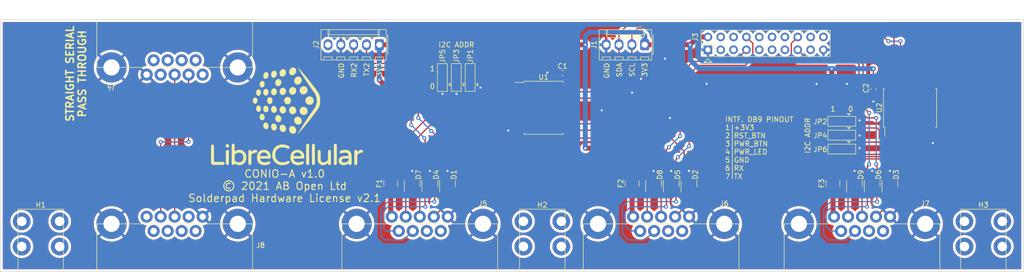
<source format=kicad_pcb>
(kicad_pcb (version 20201220) (generator pcbnew)
  (title_block (title "CONIO-A") (company "AB Open"))
  (layers (0 "F.Cu" signal) (31 "B.Cu" signal) (34 "B.Paste" user) (35 "F.Paste" user) (36 "B.SilkS" user "B.Silkscreen") (37 "F.SilkS" user "F.Silkscreen") (38 "B.Mask" user) (39 "F.Mask" user) (44 "Edge.Cuts" user))
  (net 0 "")
  (net 1 "GND")
  (net 2 "+3V3")
  (net 3 "no_connect_74")
  (net 4 "/PWR_LED_2")
  (net 5 "no_connect_71")
  (net 6 "/PWR_LED_3")
  (net 7 "no_connect_72")
  (net 8 "/PWR_LED_4")
  (net 9 "/TX2")
  (net 10 "/RX2")
  (net 11 "/TX3")
  (net 12 "/RX3")
  (net 13 "/TX4")
  (net 14 "/RX4")
  (net 15 "/PWR_BTN_2")
  (net 16 "/RST_BTN_2")
  (net 17 "/PWR_BTN_3")
  (net 18 "/RST_BTN_3")
  (net 19 "/PWR_BTN_4")
  (net 20 "/RST_BTN_4")
  (net 21 "Net-(F1-Pad2)")
  (net 22 "Net-(F2-Pad2)")
  (net 23 "Net-(F3-Pad2)")
  (net 24 "/SDA")
  (net 25 "/SCL")
  (net 26 "no_connect_73")
  (net 27 "Net-(J3-Pad20)")
  (net 28 "Net-(J3-Pad18)")
  (net 29 "Net-(J3-Pad17)")
  (net 30 "Net-(J3-Pad14)")
  (net 31 "Net-(J3-Pad13)")
  (net 32 "Net-(J3-Pad12)")
  (net 33 "Net-(J3-Pad11)")
  (net 34 "Net-(J3-Pad10)")
  (net 35 "Net-(J3-Pad9)")
  (net 36 "Net-(J3-Pad6)")
  (net 37 "Net-(J3-Pad5)")
  (net 38 "Net-(J3-Pad4)")
  (net 39 "Net-(J3-Pad3)")
  (net 40 "Net-(J4-Pad9)")
  (net 41 "Net-(J4-Pad8)")
  (net 42 "Net-(J4-Pad7)")
  (net 43 "Net-(J4-Pad6)")
  (net 44 "Net-(J4-Pad4)")
  (net 45 "Net-(J4-Pad3)")
  (net 46 "Net-(J4-Pad2)")
  (net 47 "Net-(J4-Pad1)")
  (net 48 "Net-(J5-Pad9)")
  (net 49 "Net-(J5-Pad8)")
  (net 50 "Net-(J6-Pad9)")
  (net 51 "Net-(J6-Pad8)")
  (net 52 "Net-(J7-Pad9)")
  (net 53 "Net-(J7-Pad8)")
  (net 54 "Net-(J8-Pad9)")
  (net 55 "Net-(J8-Pad8)")
  (net 56 "Net-(J8-Pad7)")
  (net 57 "Net-(J8-Pad6)")
  (net 58 "Net-(J8-Pad4)")
  (net 59 "Net-(J8-Pad1)")
  (net 60 "Net-(JP1-Pad2)")
  (net 61 "Net-(JP2-Pad2)")
  (net 62 "Net-(JP3-Pad2)")
  (net 63 "Net-(JP4-Pad2)")
  (net 64 "Net-(JP5-Pad2)")
  (net 65 "Net-(JP6-Pad2)")
  (net 66 "Net-(U1-Pad13)")
  (net 67 "Net-(U1-Pad12)")
  (net 68 "Net-(U1-Pad11)")
  (net 69 "Net-(U2-Pad13)")
  (net 70 "Net-(U2-Pad12)")
  (net 71 "Net-(U2-Pad11)")
  (net 72 "Net-(U2-Pad10)")
  (net 73 "Net-(U2-Pad9)")
  (net 74 "Net-(U2-Pad7)")
  (footprint "Library:Assman_A-DS_09_AKG-T2_Male_RA_TH_DB9" (layer "F.Cu") (at 177.05 110.8)
    (fp_text reference "J6")
    (fp_text value "DB9_Male_MountingHoles")
  )
  (footprint "Library:PinSocket_2x10_P2.54mm_Vertical_Flipped" (layer "F.Cu") (at 186.3 76.3 90)
    (fp_text reference "J3")
    (fp_text value "Conn_02x10_Odd_Even")
  )
  (footprint "Package_TO_SOT_SMD:SOT-23" (layer "F.Cu") (at 179.05 102.8 90)
    (fp_text reference "D5")
    (fp_text value "MMBZxx")
  )
  (footprint "Library:Assman_A-DS_09_AKG-T2_Male_RA_TH_DB9" (layer "F.Cu") (at 80.8 110.8)
    (fp_text reference "J8")
    (fp_text value "DB9_Female_MountingHoles")
  )
  (footprint "Package_TO_SOT_SMD:SOT-23" (layer "F.Cu") (at 131.3 102.8 90)
    (fp_text reference "D4")
    (fp_text value "MMBZxx")
  )
  (footprint "Package_TO_SOT_SMD:SOT-23" (layer "F.Cu") (at 215.3 102.8 90)
    (fp_text reference "D9")
    (fp_text value "MMBZxx")
  )
  (footprint "Jumper:SolderJumper-3_P2.0mm_Open_TrianglePad1.0x1.5mm" (layer "F.Cu") (at 212.8 93.2 180)
    (fp_text reference "JP4")
    (fp_text value "SolderJumper_3_Open")
  )
  (footprint "Fuse:Fuse_1210_3225Metric_Pad1.42x2.65mm_HandSolder" (layer "F.Cu") (at 171.3 102.8 -90)
    (fp_text reference "F2")
    (fp_text value "0.05A")
  )
  (footprint "Jumper:SolderJumper-3_P2.0mm_Open_TrianglePad1.0x1.5mm" (layer "F.Cu") (at 139.3 81.8 90)
    (fp_text reference "JP1")
    (fp_text value "SolderJumper_3_Open")
  )
  (footprint "Library:Keystone_7689_RA_PCB_Screw_Terminal" (layer "F.Cu") (at 153.55 115.3)
    (fp_text reference "H2")
    (fp_text value "Keystone 7689")
  )
  (footprint "Connector_Molex:Molex_KK-254_AE-6410-05A_1x05_P2.54mm_Vertical" (layer "F.Cu") (at 121.3 75.3 180)
    (fp_text reference "J2")
    (fp_text value "Molex 22272051")
  )
  (footprint "Package_TO_SOT_SMD:SOT-23" (layer "F.Cu") (at 134.8 102.8 90)
    (fp_text reference "D1")
    (fp_text value "MMBZxx")
  )
  (footprint "Package_TO_SOT_SMD:SOT-23" (layer "F.Cu") (at 182.55 102.8 90)
    (fp_text reference "D2")
    (fp_text value "MMBZxx")
  )
  (footprint "Jumper:SolderJumper-3_P2.0mm_Open_TrianglePad1.0x1.5mm" (layer "F.Cu") (at 133.8 81.8 90)
    (fp_text reference "JP5")
    (fp_text value "SolderJumper_3_Open")
  )
  (footprint "Capacitor_SMD:C_0603_1608Metric_Pad1.08x0.95mm_HandSolder" (layer "F.Cu") (at 157.55 80.9125 180)
    (fp_text reference "C1")
    (fp_text value "100n 25V")
  )
  (footprint "Library:LibreCellular_Logo" (layer "F.Cu") (at 103.05 89.8)
    (fp_text reference "Ref**" hide)
    (fp_text value "Val**" hide)
  )
  (footprint "Package_TO_SOT_SMD:SOT-23" (layer "F.Cu") (at 127.8 102.8 90)
    (fp_text reference "D7")
    (fp_text value "MMBZxx")
  )
  (footprint "Package_TO_SOT_SMD:SOT-23" (layer "F.Cu") (at 175.55 102.8 90)
    (fp_text reference "D8")
    (fp_text value "MMBZxx")
  )
  (footprint "Package_SO:SOIC-16W_7.5x10.3mm_P1.27mm" (layer "F.Cu") (at 153.8 87.8)
    (fp_text reference "U1")
    (fp_text value "PCF8574ADW")
  )
  (footprint "Library:Assman_A-DS_09_AKG-T2_Male_RA_TH_DB9" (layer "F.Cu") (at 80.8 79.8 180)
    (fp_text reference "J4")
    (fp_text value "DB9_Male_MountingHoles")
  )
  (footprint "Jumper:SolderJumper-3_P2.0mm_Open_TrianglePad1.0x1.5mm" (layer "F.Cu") (at 212.8 90.45 180)
    (fp_text reference "JP2")
    (fp_text value "SolderJumper_3_Open")
  )
  (footprint "Package_TO_SOT_SMD:SOT-23" (layer "F.Cu") (at 218.8 102.8 90)
    (fp_text reference "D6")
    (fp_text value "MMBZxx")
  )
  (footprint "Jumper:SolderJumper-3_P2.0mm_Open_TrianglePad1.0x1.5mm" (layer "F.Cu") (at 136.55 81.8 90)
    (fp_text reference "JP3")
    (fp_text value "SolderJumper_3_Open")
  )
  (footprint "Fuse:Fuse_1210_3225Metric_Pad1.42x2.65mm_HandSolder" (layer "F.Cu") (at 211.05 102.8 -90)
    (fp_text reference "F3")
    (fp_text value "0.05A")
  )
  (footprint "Library:Assman_A-DS_09_AKG-T2_Male_RA_TH_DB9" (layer "F.Cu") (at 216.8 110.8)
    (fp_text reference "J7")
    (fp_text value "DB9_Male_MountingHoles")
  )
  (footprint "Fuse:Fuse_1210_3225Metric_Pad1.42x2.65mm_HandSolder" (layer "F.Cu") (at 123.55 102.8 -90)
    (fp_text reference "F1")
    (fp_text value "0.05A")
  )
  (footprint "Library:Keystone_7689_RA_PCB_Screw_Terminal" (layer "F.Cu") (at 54.3 115.3)
    (fp_text reference "H1")
    (fp_text value "Keystone 7689")
  )
  (footprint "Package_TO_SOT_SMD:SOT-23" (layer "F.Cu") (at 222.3 102.8 90)
    (fp_text reference "D3")
    (fp_text value "MMBZxx")
  )
  (footprint "Library:Assman_A-DS_09_AKG-T2_Male_RA_TH_DB9" (layer "F.Cu") (at 129.3 110.8)
    (fp_text reference "J5")
    (fp_text value "DB9_Male_MountingHoles")
  )
  (footprint "Connector_Molex:Molex_KK-254_AE-6410-04A_1x04_P2.54mm_Vertical" (layer "F.Cu") (at 173.8 75.3 180)
    (fp_text reference "J1")
    (fp_text value "Molex 22272041")
  )
  (footprint "Library:Keystone_7689_RA_PCB_Screw_Terminal" (layer "F.Cu") (at 240.8 115.3)
    (fp_text reference "H3")
    (fp_text value "Keystone 7689")
  )
  (footprint "Package_SO:SOIC-16W_7.5x10.3mm_P1.27mm" (layer "F.Cu") (at 226.3 87.8 90)
    (fp_text reference "U2")
    (fp_text value "PCF8574ADW")
  )
  (footprint "Jumper:SolderJumper-3_P2.0mm_Open_TrianglePad1.0x1.5mm" (layer "F.Cu") (at 212.8 95.95 180)
    (fp_text reference "JP6")
    (fp_text value "SolderJumper_3_Open")
  )
  (footprint "Capacitor_SMD:C_0603_1608Metric_Pad1.08x0.95mm_HandSolder" (layer "F.Cu") (at 219.05 84.05 -90)
    (fp_text reference "C2")
    (fp_text value "100n 25V")
  )
  (gr_line (start 191.13543 101.82708) (end 191.133984 91.165992) (layer "F.SilkS") (width 0.15))
  (gr_poly (pts (xy 187.05 78.8) (xy 185.55 78.8) (xy 186.3 78.05)) (layer "F.SilkS") (width 0.15) (fill none))
  (gr_rect (start 46.3 120.3) (end 248.8 70.3) (layer "Edge.Cuts") (width 0.1) (fill none))
  (gr_text "SCL" (at 171.3 78.8 90) (layer "F.SilkS") (effects (font (size 1 1)) (justify right)))
  (gr_text "1" (at 131.8 80.05) (layer "F.SilkS") (effects (font (size 1 1))))
  (gr_text "RX2" (at 116.3 78.8 90) (layer "F.SilkS") (effects (font (size 1 1)) (justify right)))
  (gr_text "TX2" (at 118.8 78.8 90) (layer "F.SilkS") (effects (font (size 1 1)) (justify right)))
  (gr_text "INTF. DB9 PINOUT\n1 +3V3\n2 RST_BTN\n3 PWR_BTN\n4 PWR_LED\n5 GND\n6 RX\n7 TX" (at 189.635001 95.741256) (layer "F.SilkS") (effects (font (size 1 1)) (justify left)))
  (gr_text "1" (at 211.05 88.05) (layer "F.SilkS") (effects (font (size 1 1))))
  (gr_text "0" (at 214.55 88.05) (layer "F.SilkS") (effects (font (size 1 1))))
  (gr_text "SDA" (at 168.8 78.8 90) (layer "F.SilkS") (effects (font (size 1 1)) (justify right)))
  (gr_text "0" (at 131.8 83.55) (layer "F.SilkS") (effects (font (size 1 1))))
  (gr_text "CONIO-A v1.0\n© 2021 AB Open Ltd\nSolderpad Hardware License v2.1" (at 102.55 103.3) (layer "F.SilkS") (effects (font (size 1.5 1.5) (thickness 0.2))))
  (gr_text "GND" (at 113.8 78.8 90) (layer "F.SilkS") (effects (font (size 1 1)) (justify right)))
  (gr_text "I2C ADDR" (at 136.55 75.3) (layer "F.SilkS") (effects (font (size 1 1))))
  (gr_text "GND" (at 166.3 78.8 90) (layer "F.SilkS") (effects (font (size 1 1)) (justify right)))
  (gr_text "3V3" (at 173.8 78.8 90) (layer "F.SilkS") (effects (font (size 1 1)) (justify right)))
  (gr_text "STRAIGHT SERIAL\nPASS THROUGH" (at 61.3 81.05 90) (layer "F.SilkS") (effects (font (size 1.5 1.5) (thickness 0.3))))
  (gr_text "3V3" (at 121.3 78.8 90) (layer "F.SilkS") (effects (font (size 1 1)) (justify right)))
  (gr_text "I2C ADDR" (at 206.05 93.3 90) (layer "F.SilkS") (effects (font (size 1 1))))
  (segment (start 133.8 85.05) (end 133.8 83.8) (width 0.25) (layer "F.Cu") (net 1))
  (segment (start 175.55 101.8625) (end 175.55 100.3) (width 0.25) (layer "F.Cu") (net 1))
  (segment (start 179.05 101.8625) (end 179.05 100.3) (width 0.25) (layer "F.Cu") (net 1))
  (segment (start 219.05 86.55) (end 219.05 84.9125) (width 0.25) (layer "F.Cu") (net 1))
  (segment (start 149.15 92.245) (end 146.855 92.245) (width 0.25) (layer "F.Cu") (net 1))
  (segment (start 216.3 90.3) (end 214.95 90.3) (width 0.25) (layer "F.Cu") (net 1))
  (segment (start 216.3 93.3) (end 214.9 93.3) (width 0.25) (layer "F.Cu") (net 1))
  (segment (start 214.9 93.3) (end 214.8 93.2) (width 0.25) (layer "F.Cu") (net 1))
  (segment (start 141.3 83.8) (end 139.3 83.8) (width 0.25) (layer "F.Cu") (net 1))
  (segment (start 146.855 92.245) (end 146.8 92.3) (width 0.25) (layer "F.Cu") (net 1))
  (segment (start 182.55 101.8625) (end 182.55 100.3) (width 0.25) (layer "F.Cu") (net 1))
  (segment (start 127.8 101.8625) (end 127.8 100.3) (width 0.25) (layer "F.Cu") (net 1))
  (segment (start 136.55 85.05) (end 136.55 83.8) (width 0.25) (layer "F.Cu") (net 1))
  (segment (start 230.745 94.745) (end 230.8 94.8) (width 0.25) (layer "F.Cu") (net 1))
  (segment (start 134.8 101.8625) (end 134.8 100.3) (width 0.25) (layer "F.Cu") (net 1))
  (segment (start 214.95 95.8) (end 214.8 95.95) (width 0.25) (layer "F.Cu") (net 1))
  (segment (start 216.3 95.8) (end 214.95 95.8) (width 0.25) (layer "F.Cu") (net 1))
  (segment (start 230.745 92.45) (end 230.745 94.745) (width 0.25) (layer "F.Cu") (net 1))
  (segment (start 214.95 90.3) (end 214.8 90.45) (width 0.25) (layer "F.Cu") (net 1))
  (segment (start 222.3 101.8625) (end 222.3 100.3) (width 0.25) (layer "F.Cu") (net 1))
  (segment (start 218.8 101.8625) (end 218.8 100.3) (width 0.25) (layer "F.Cu") (net 1))
  (segment (start 215.3 101.8625) (end 215.3 100.3) (width 0.25) (layer "F.Cu") (net 1))
  (segment (start 131.3 101.8625) (end 131.3 100.3) (width 0.25) (layer "F.Cu") (net 1))
  (via (at 175.55 100.3) (size 0.8) (drill 0.4) (layers "F.Cu" "B.Cu") (net 1))
  (via (at 146.8 92.3) (size 0.8) (drill 0.4) (layers "F.Cu" "B.Cu") (net 1))
  (via (at 131.3 100.3) (size 0.8) (drill 0.4) (layers "F.Cu" "B.Cu") (net 1))
  (via (at 141.3 83.8) (size 0.8) (drill 0.4) (layers "F.Cu" "B.Cu") (net 1))
  (via (at 154.55 80.8) (size 0.8) (drill 0.4) (layers "F.Cu" "B.Cu") (net 1))
  (via (at 127.8 100.3) (size 0.8) (drill 0.4) (layers "F.Cu" "B.Cu") (net 1))
  (via (at 173.05 82.05) (size 0.8) (drill 0.4) (layers "F.Cu" "B.Cu") (net 1))
  (via (at 182.55 100.3) (size 0.8) (drill 0.4) (layers "F.Cu" "B.Cu") (net 1))
  (via (at 216.3 90.3) (size 0.8) (drill 0.4) (layers "F.Cu" "B.Cu") (net 1))
  (via (at 133.8 85.05) (size 0.8) (drill 0.4) (layers "F.Cu" "B.Cu") (net 1))
  (via (at 136.55 85.05) (size 0.8) (drill 0.4) (layers "F.Cu" "B.Cu") (net 1))
  (via (at 219.05 86.55) (size 0.8) (drill 0.4) (layers "F.Cu" "B.Cu") (net 1))
  (via (at 222.3 100.3) (size 0.8) (drill 0.4) (layers "F.Cu" "B.Cu") (net 1))
  (via (at 230.8 94.8) (size 0.8) (drill 0.4) (layers "F.Cu" "B.Cu") (net 1))
  (via (at 207.8 83.05) (size 0.8) (drill 0.4) (layers "F.Cu" "B.Cu") (net 1))
  (via (at 216.3 95.8) (size 0.8) (drill 0.4) (layers "F.Cu" "B.Cu") (net 1))
  (via (at 165.3 88.3) (size 0.8) (drill 0.4) (layers "F.Cu" "B.Cu") (net 1))
  (via (at 177.8 78.05) (size 0.8) (drill 0.4) (layers "F.Cu" "B.Cu") (net 1))
  (via (at 216.3 93.3) (size 0.8) (drill 0.4) (layers "F.Cu" "B.Cu") (net 1))
  (via (at 218.8 100.3) (size 0.8) (drill 0.4) (layers "F.Cu" "B.Cu") (net 1))
  (via (at 171.3 84.8) (size 0.8) (drill 0.4) (layers "F.Cu" "B.Cu") (net 1))
  (via (at 213.8 83.05) (size 0.8) (drill 0.4) (layers "F.Cu" "B.Cu") (net 1))
  (via (at 186.05 83.05) (size 0.8) (drill 0.4) (layers "F.Cu" "B.Cu") (net 1))
  (via (at 178.8 89.8) (size 0.8) (drill 0.4) (layers "F.Cu" "B.Cu") (net 1))
  (via (at 134.8 100.3) (size 0.8) (drill 0.4) (layers "F.Cu" "B.Cu") (net 1))
  (via (at 179.05 100.3) (size 0.8) (drill 0.4) (layers "F.Cu" "B.Cu") (net 1))
  (via (at 215.3 100.3) (size 0.8) (drill 0.4) (layers "F.Cu" "B.Cu") (net 1))
  (segment (start 210.8 99.05) (end 211.05 99.3) (width 1) (layer "F.Cu") (net 2))
  (segment (start 121.3 75.3) (end 136.3 75.3) (width 1) (layer "F.Cu") (net 2))
  (segment (start 219.05 83.1875) (end 219.05 80.05) (width 0.25) (layer "F.Cu") (net 2))
  (segment (start 158.4125 80.9125) (end 158.4125 75.4125) (width 0.25) (layer "F.Cu") (net 2))
  (segment (start 123.55 84.55) (end 123.55 101.3125) (width 1) (layer "F.Cu") (net 2))
  (segment (start 182.8 75.3) (end 184.34 73.76) (width 1) (layer "F.Cu") (net 2))
  (segment (start 210.8 80.05) (end 210.8 99.05) (width 1) (layer "F.Cu") (net 2))
  (segment (start 158.45 80.95) (end 158.4125 80.9125) (width 0.25) (layer "F.Cu") (net 2))
  (segment (start 121.3 82.3) (end 123.55 84.55) (width 1) (layer "F.Cu") (net 2))
  (segment (start 211.05 99.3) (end 211.05 101.3125) (width 1) (layer "F.Cu") (net 2))
  (segment (start 158.4125 75.4125) (end 158.3 75.3) (width 0.25) (layer "F.Cu") (net 2))
  (segment (start 136.3 75.3) (end 158.3 75.3) (width 1) (layer "F.Cu") (net 2))
  (segment (start 158.45 83.355) (end 158.45 80.95) (width 0.25) (layer "F.Cu") (net 2))
  (segment (start 139.3 79.8) (end 133.8 79.8) (width 0.25) (layer "F.Cu") (net 2))
  (segment (start 171.3 96.8) (end 171.3 101.3125) (width 1) (layer "F.Cu") (net 2))
  (segment (start 136.55 79.8) (end 136.55 75.55) (width 0.25) (layer "F.Cu") (net 2))
  (segment (start 136.55 75.55) (end 136.3 75.3) (width 0.25) (layer "F.Cu") (net 2))
  (segment (start 162.05 95.8) (end 170.3 95.8) (width 1) (layer "F.Cu") (net 2))
  (segment (start 221.8175 83.1875) (end 221.855 83.15) (width 0.25) (layer "F.Cu") (net 2))
  (segment (start 173.8 75.3) (end 182.8 75.3) (width 1) (layer "F.Cu") (net 2))
  (segment (start 184.34 73.76) (end 186.3 73.76) (width 1) (layer "F.Cu") (net 2))
  (segment (start 170.3 95.8) (end 171.3 96.8) (width 1) (layer "F.Cu") (net 2))
  (segment (start 219.05 83.1875) (end 221.8175 83.1875) (width 0.25) (layer "F.Cu") (net 2))
  (segment (start 158.3 75.3) (end 162.05 75.3) (width 1) (layer "F.Cu") (net 2))
  (via (at 210.8 80.05) (size 0.8) (drill 0.4) (layers "F.Cu" "B.Cu") (net 2))
  (via (at 162.05 95.8) (size 0.8) (drill 0.4) (layers "F.Cu" "B.Cu") (net 2))
  (via (at 219.05 80.05) (size 0.8) (drill 0.4) (layers "F.Cu" "B.Cu") (net 2))
  (via (at 162.05 75.3) (size 0.8) (drill 0.4) (layers "F.Cu" "B.Cu") (net 2))
  (via (at 121.3 82.3) (size 0.8) (drill 0.4) (layers "F.Cu" "B.Cu") (net 2))
  (via (at 182.8 75.3) (size 0.8) (drill 0.4) (layers "F.Cu" "B.Cu") (net 2))
  (segment (start 173.05 72.8) (end 173.8 73.55) (width 1) (layer "B.Cu") (net 2))
  (segment (start 162.05 75.3) (end 162.05 95.8) (width 1) (layer "B.Cu") (net 2))
  (segment (start 210.8 80.05) (end 184.55 80.05) (width 1) (layer "B.Cu") (net 2))
  (segment (start 162.8 72.8) (end 173.05 72.8) (width 1) (layer "B.Cu") (net 2))
  (segment (start 173.8 73.55) (end 173.8 75.3) (width 1) (layer "B.Cu") (net 2))
  (segment (start 182.8 78.3) (end 182.8 75.3) (width 1) (layer "B.Cu") (net 2))
  (segment (start 162.05 75.3) (end 162.05 73.55) (width 1) (layer "B.Cu") (net 2))
  (segment (start 121.3 75.3) (end 121.3 82.3) (width 1) (layer "B.Cu") (net 2))
  (segment (start 219.05 80.05) (end 210.8 80.05) (width 1) (layer "B.Cu") (net 2))
  (segment (start 184.55 80.05) (end 182.8 78.3) (width 1) (layer "B.Cu") (net 2))
  (segment (start 162.05 73.55) (end 162.8 72.8) (width 1) (layer "B.Cu") (net 2))
  (segment (start 133.85 103.7375) (end 133.85 93.75) (width 0.25) (layer "F.Cu") (net 4))
  (segment (start 133.85 107.6) (end 133.85 103.7375) (width 0.25) (layer "F.Cu") (net 4))
  (segment (start 137.895 89.705) (end 149.15 89.705) (width 0.25) (layer "F.Cu") (net 4))
  (segment (start 133.85 93.75) (end 137.895 89.705) (width 0.25) (layer "F.Cu") (net 4))
  (segment (start 132.07 109.38) (end 133.85 107.6) (width 0.25) (layer "F.Cu") (net 4))
  (segment (start 181.6 107.6) (end 181.6 103.7375) (width 0.25) (layer "F.Cu") (net 6))
  (segment (start 176.175 90.975) (end 158.45 90.975) (width 0.25) (layer "F.Cu") (net 6))
  (segment (start 179.82 109.38) (end 181.6 107.6) (width 0.25) (layer "F.Cu") (net 6))
  (segment (start 181.6 103.7375) (end 181.6 96.4) (width 0.25) (layer "F.Cu") (net 6))
  (segment (start 181.6 96.4) (end 176.175 90.975) (width 0.25) (layer "F.Cu") (net 6))
  (segment (start 228.205 95.795) (end 228.205 92.45) (width 0.25) (layer "F.Cu") (net 8))
  (segment (start 221.35 98.85) (end 221.8 98.4) (width 0.25) (layer "F.Cu") (net 8))
  (segment (start 221.8 98.4) (end 225.6 98.4) (width 0.25) (layer "F.Cu") (net 8))
  (segment (start 221.35 103.7375) (end 221.35 98.85) (width 0.25) (layer "F.Cu") (net 8))
  (segment (start 221.35 107.6) (end 221.35 103.7375) (width 0.25) (layer "F.Cu") (net 8))
  (segment (start 219.57 109.38) (end 221.35 107.6) (width 0.25) (layer "F.Cu") (net 8))
  (segment (start 225.6 98.4) (end 228.205 95.795) (width 0.25) (layer "F.Cu") (net 8))
  (segment (start 132.25 103.7375) (end 132.25 106.35) (width 0.25) (layer "F.Cu") (net 9))
  (segment (start 132.25 103.7375) (end 132.25 93.05) (width 0.25) (layer "F.Cu") (net 9))
  (segment (start 127.6 79) (end 119.4 79) (width 0.25) (layer "F.Cu") (net 9))
  (segment (start 118.76 78.36) (end 118.76 75.3) (width 0.25) (layer "F.Cu") (net 9))
  (segment (start 119.4 79) (end 118.76 78.36) (width 0.25) (layer "F.Cu") (net 9))
  (segment (start 132.25 106.35) (end 132.2 106.4) (width 0.25) (layer "F.Cu") (net 9))
  (segment (start 129 80.4) (end 127.6 79) (width 0.25) (layer "F.Cu") (net 9))
  (segment (start 132.25 93.05) (end 131.6 92.4) (width 0.25) (layer "F.Cu") (net 9))
  (segment (start 129 89.8) (end 129 80.4) (width 0.25) (layer "F.Cu") (net 9))
  (via (at 132.2 106.4) (size 0.8) (drill 0.4) (layers "F.Cu" "B.Cu") (net 9))
  (via (at 129 89.8) (size 0.8) (drill 0.4) (layers "F.Cu" "B.Cu") (net 9))
  (via (at 131.6 92.4) (size 0.8) (drill 0.4) (layers "F.Cu" "B.Cu") (net 9))
  (segment (start 122.4 114) (end 121.6 113.2) (width 0.25) (layer "B.Cu") (net 9))
  (segment (start 127.915 112.22) (end 126.135 114) (width 0.25) (layer "B.Cu") (net 9))
  (segment (start 126.135 114) (end 122.4 114) (width 0.25) (layer "B.Cu") (net 9))
  (segment (start 131.6 92.4) (end 129 89.8) (width 0.25) (layer "B.Cu") (net 9))
  (segment (start 123 106.4) (end 132.2 106.4) (width 0.25) (layer "B.Cu") (net 9))
  (segment (start 121.6 107.8) (end 123 106.4) (width 0.25) (layer "B.Cu") (net 9))
  (segment (start 121.6 113.2) (end 121.6 107.8) (width 0.25) (layer "B.Cu") (net 9))
  (segment (start 127.6 80.8) (end 126.6 79.8) (width 0.25) (layer "F.Cu") (net 10))
  (segment (start 130.35 107.35) (end 130.4 107.4) (width 0.25) (layer "F.Cu") (net 10))
  (segment (start 126.6 79.8) (end 117.64 79.8) (width 0.25) (layer "F.Cu") (net 10))
  (segment (start 130.35 103.7375) (end 130.35 107.35) (width 0.25) (layer "F.Cu") (net 10))
  (segment (start 127.6 91.2) (end 127.6 80.8) (width 0.25) (layer "F.Cu") (net 10))
  (segment (start 116.22 78.38) (end 116.22 75.3) (width 0.25) (layer "F.Cu") (net 10))
  (segment (start 130.35 93.95) (end 130.2 93.8) (width 0.25) (layer "F.Cu") (net 10))
  (segment (start 130.35 103.7375) (end 130.35 93.95) (width 0.25) (layer "F.Cu") (net 10))
  (segment (start 117.64 79.8) (end 116.22 78.38) (width 0.25) (layer "F.Cu") (net 10))
  (via (at 130.2 93.8) (size 0.8) (drill 0.4) (layers "F.Cu" "B.Cu") (net 10))
  (via (at 127.6 91.2) (size 0.8) (drill 0.4) (layers "F.Cu" "B.Cu") (net 10))
  (via (at 130.4 107.4) (size 0.8) (drill 0.4) (layers "F.Cu" "B.Cu") (net 10))
  (segment (start 122.62 112.22) (end 122.2 111.8) (width 0.25) (layer "B.Cu") (net 10))
  (segment (start 125.145 112.22) (end 122.62 112.22) (width 0.25) (layer "B.Cu") (net 10))
  (segment (start 130.2 93.8) (end 127.6 91.2) (width 0.25) (layer "B.Cu") (net 10))
  (segment (start 122.2 111.8) (end 122.2 108.2) (width 0.25) (layer "B.Cu") (net 10))
  (segment (start 123 107.4) (end 130.4 107.4) (width 0.25) (layer "B.Cu") (net 10))
  (segment (start 122.2 108.2) (end 123 107.4) (width 0.25) (layer "B.Cu") (net 10))
  (segment (start 182.6 81.2) (end 184.4 79.4) (width 0.25) (layer "F.Cu") (net 11))
  (segment (start 193.7 79.4) (end 195.194897 77.905103) (width 0.25) (layer "F.Cu") (net 11))
  (segment (start 184.4 79.4) (end 193.7 79.4) (width 0.25) (layer "F.Cu") (net 11))
  (segment (start 182.6 95.4) (end 182.6 81.2) (width 0.25) (layer "F.Cu") (net 11))
  (segment (start 180 98) (end 180.3 97.7) (width 0.25) (layer "F.Cu") (net 11))
  (segment (start 180.3 97.7) (end 180.4 97.6) (width 0.25) (layer "F.Cu") (net 11))
  (segment (start 180 103.7375) (end 180 98) (width 0.25) (layer "F.Cu") (net 11))
  (segment (start 195.194897 77.905103) (end 195.194897 75.034897) (width 0.25) (layer "F.Cu") (net 11))
  (segment (start 195.194897 75.034897) (end 193.92 73.76) (width 0.25) (layer "F.Cu") (net 11))
  (segment (start 180 106.4) (end 180 103.7375) (width 0.25) (layer "F.Cu") (net 11))
  (via (at 180 106.4) (size 0.8) (drill 0.4) (layers "F.Cu" "B.Cu") (net 11))
  (via (at 180.4 97.6) (size 0.8) (drill 0.4) (layers "F.Cu" "B.Cu") (net 11))
  (via (at 182.6 95.4) (size 0.8) (drill 0.4) (layers "F.Cu" "B.Cu") (net 11))
  (segment (start 170.4 106.4) (end 180 106.4) (width 0.25) (layer "B.Cu") (net 11))
  (segment (start 175.665 112.22) (end 173.885 114) (width 0.25) (layer "B.Cu") (net 11))
  (segment (start 173.885 114) (end 170.6 114) (width 0.25) (layer "B.Cu") (net 11))
  (segment (start 170.6 114) (end 169.4 112.8) (width 0.25) (layer "B.Cu") (net 11))
  (segment (start 169.4 107.4) (end 170.4 106.4) (width 0.25) (layer "B.Cu") (net 11))
  (segment (start 180.4 97.6) (end 182.6 95.4) (width 0.25) (layer "B.Cu") (net 11))
  (segment (start 169.4 112.8) (end 169.4 107.4) (width 0.25) (layer "B.Cu") (net 11))
  (segment (start 183.4 78.6) (end 191.62 78.6) (width 0.25) (layer "F.Cu") (net 12))
  (segment (start 178.1 107.3) (end 178 107.4) (width 0.25) (layer "F.Cu") (net 12))
  (segment (start 180.8 81.2) (end 183.4 78.6) (width 0.25) (layer "F.Cu") (net 12))
  (segment (start 178.1 96.1) (end 178.6 95.6) (width 0.25) (layer "F.Cu") (net 12))
  (segment (start 191.62 78.6) (end 193.92 76.3) (width 0.25) (layer "F.Cu") (net 12))
  (segment (start 178.1 103.7375) (end 178.1 107.3) (width 0.25) (layer "F.Cu") (net 12))
  (segment (start 180.8 93.4) (end 180.8 81.2) (width 0.25) (layer "F.Cu") (net 12))
  (segment (start 178.1 103.7375) (end 178.1 96.1) (width 0.25) (layer "F.Cu") (net 12))
  (via (at 178.6 95.6) (size 0.8) (drill 0.4) (layers "F.Cu" "B.Cu") (net 12))
  (via (at 180.8 93.4) (size 0.8) (drill 0.4) (layers "F.Cu" "B.Cu") (net 12))
  (via (at 178 107.4) (size 0.8) (drill 0.4) (layers "F.Cu" "B.Cu") (net 12))
  (segment (start 172.895 112.22) (end 171.02 112.22) (width 0.25) (layer "B.Cu") (net 12))
  (segment (start 171 107.4) (end 178 107.4) (width 0.25) (layer "B.Cu") (net 12))
  (segment (start 171.02 112.22) (end 169.963536 111.163536) (width 0.25) (layer "B.Cu") (net 12))
  (segment (start 169.963536 108.436464) (end 171 107.4) (width 0.25) (layer "B.Cu") (net 12))
  (segment (start 178.6 95.6) (end 180.7 93.5) (width 0.25) (layer "B.Cu") (net 12))
  (segment (start 180.7 93.5) (end 180.8 93.4) (width 0.25) (layer "B.Cu") (net 12))
  (segment (start 169.963536 111.163536) (end 169.963536 108.436464) (width 0.25) (layer "B.Cu") (net 12))
  (segment (start 217.8 89.8) (end 216.2 88.2) (width 0.25) (layer "F.Cu") (net 13))
  (segment (start 216.2 88.2) (end 216.2 79.2) (width 0.25) (layer "F.Cu") (net 13))
  (segment (start 215.6 78.6) (end 204.1 78.6) (width 0.25) (layer "F.Cu") (net 13))
  (segment (start 219.75 99.15) (end 219.6 99) (width 0.25) (layer "F.Cu") (net 13))
  (segment (start 219.75 103.7375) (end 219.75 106.393972) (width 0.25) (layer "F.Cu") (net 13))
  (segment (start 219.75 103.7375) (end 219.75 99.15) (width 0.25) (layer "F.Cu") (net 13))
  (segment (start 219.6 89.8) (end 217.8 89.8) (width 0.25) (layer "F.Cu") (net 13))
  (segment (start 204.1 78.6) (end 202.8 77.3) (width 0.25) (layer "F.Cu") (net 13))
  (segment (start 202.8 75.04) (end 204.08 73.76) (width 0.25) (layer "F.Cu") (net 13))
  (segment (start 202.8 77.3) (end 202.8 75.04) (width 0.25) (layer "F.Cu") (net 13))
  (segment (start 219.75 106.393972) (end 219.755144 106.399116) (width 0.25) (layer "F.Cu") (net 13))
  (segment (start 216.2 79.2) (end 215.6 78.6) (width 0.25) (layer "F.Cu") (net 13))
  (via (at 219.6 99) (size 0.8) (drill 0.4) (layers "F.Cu" "B.Cu") (net 13))
  (via (at 219.755144 106.399116) (size 0.8) (drill 0.4) (layers "F.Cu" "B.Cu") (net 13))
  (via (at 219.6 89.8) (size 0.8) (drill 0.4) (layers "F.Cu" "B.Cu") (net 13))
  (segment (start 210.2 114) (end 213.6 114) (width 0.25) (layer "B.Cu") (net 13))
  (segment (start 219.75426 106.4) (end 210.6 106.4) (width 0.25) (layer "B.Cu") (net 13))
  (segment (start 213.6 114) (end 215.38 112.22) (width 0.25) (layer "B.Cu") (net 13))
  (segment (start 210.6 106.4) (end 209.2 107.8) (width 0.25) (layer "B.Cu") (net 13))
  (segment (start 219.755144 106.399116) (end 219.75426 106.4) (width 0.25) (layer "B.Cu") (net 13))
  (segment (start 215.38 112.22) (end 215.415 112.22) (width 0.25) (layer "B.Cu") (net 13))
  (segment (start 219.6 99) (end 219.6 89.8) (width 0.25) (layer "B.Cu") (net 13))
  (segment (start 209.2 113) (end 210.2 114) (width 0.25) (layer "B.Cu") (net 13))
  (segment (start 209.2 107.8) (end 209.2 113) (width 0.25) (layer "B.Cu") (net 13))
  (segment (start 217 79.2) (end 215.8 78) (width 0.25) (layer "F.Cu") (net 14))
  (segment (start 217.85 107.35) (end 217.8 107.4) (width 0.25) (layer "F.Cu") (net 14))
  (segment (start 215.8 78) (end 205.78 78) (width 0.25) (layer "F.Cu") (net 14))
  (segment (start 218.2 88.8) (end 217 87.6) (width 0.25) (layer "F.Cu") (net 14))
  (segment (start 217.85 99.35) (end 218.2 99) (width 0.25) (layer "F.Cu") (net 14))
  (segment (start 217 87.6) (end 217 79.2) (width 0.25) (layer "F.Cu") (net 14))
  (segment (start 217.85 103.7375) (end 217.85 99.35) (width 0.25) (layer "F.Cu") (net 14))
  (segment (start 217.85 103.7375) (end 217.85 107.35) (width 0.25) (layer "F.Cu") (net 14))
  (segment (start 205.78 78) (end 204.08 76.3) (width 0.25) (layer "F.Cu") (net 14))
  (via (at 218.2 99) (size 0.8) (drill 0.4) (layers "F.Cu" "B.Cu") (net 14))
  (via (at 218.2 88.8) (size 0.8) (drill 0.4) (layers "F.Cu" "B.Cu") (net 14))
  (via (at 217.8 107.4) (size 0.8) (drill 0.4) (layers "F.Cu" "B.Cu") (net 14))
  (segment (start 209.734989 108.465011) (end 210.8 107.4) (width 0.25) (layer "B.Cu") (net 14))
  (segment (start 218.2 99) (end 218.2 88.8) (width 0.25) (layer "B.Cu") (net 14))
  (segment (start 209.734989 111.334989) (end 209.734989 108.465011) (width 0.25) (layer "B.Cu") (net 14))
  (segment (start 210.62 112.22) (end 209.734989 111.334989) (width 0.25) (layer "B.Cu") (net 14))
  (segment (start 212.645 112.22) (end 210.62 112.22) (width 0.25) (layer "B.Cu") (net 14))
  (segment (start 210.8 107.4) (end 217.8 107.4) (width 0.25) (layer "B.Cu") (net 14))
  (segment (start 134.165 88.435) (end 149.15 88.435) (width 0.25) (layer "F.Cu") (net 15))
  (segment (start 128.75 103.7375) (end 128.75 104.85) (width 0.25) (layer "F.Cu") (net 15))
  (segment (start 128.75 104.85) (end 129.3 105.4) (width 0.25) (layer "F.Cu") (net 15))
  (segment (start 129.3 105.4) (end 129.3 109.38) (width 0.25) (layer "F.Cu") (net 15))
  (segment (start 128.75 93.85) (end 134.165 88.435) (width 0.25) (layer "F.Cu") (net 15))
  (segment (start 128.75 103.7375) (end 128.75 93.85) (width 0.25) (layer "F.Cu") (net 15))
  (segment (start 126.53 105.17) (end 126.53 109.38) (width 0.25) (layer "F.Cu") (net 16))
  (segment (start 126.85 103.7375) (end 126.85 93.75) (width 0.25) (layer "F.Cu") (net 16))
  (segment (start 126.85 93.75) (end 133.435 87.165) (width 0.25) (layer "F.Cu") (net 16))
  (segment (start 126.85 103.7375) (end 126.85 104.85) (width 0.25) (layer "F.Cu") (net 16))
  (segment (start 126.85 104.85) (end 126.53 105.17) (width 0.25) (layer "F.Cu") (net 16))
  (segment (start 133.435 87.165) (end 149.15 87.165) (width 0.25) (layer "F.Cu") (net 16))
  (segment (start 176.5 103.7375) (end 176.5 96.3) (width 0.25) (layer "F.Cu") (net 17))
  (segment (start 177.05 109.38) (end 177.05 105.45) (width 0.25) (layer "F.Cu") (net 17))
  (segment (start 172.445 92.245) (end 158.45 92.245) (width 0.25) (layer "F.Cu") (net 17))
  (segment (start 176.5 104.9) (end 176.5 103.7375) (width 0.25) (layer "F.Cu") (net 17))
  (segment (start 177.05 105.45) (end 176.5 104.9) (width 0.25) (layer "F.Cu") (net 17))
  (segment (start 176.5 96.3) (end 172.445 92.245) (width 0.25) (layer "F.Cu") (net 17))
  (segment (start 174.6 103.7375) (end 174.6 96.2) (width 0.25) (layer "F.Cu") (net 18))
  (segment (start 172.2 93.8) (end 145.8 93.8) (width 0.25) (layer "F.Cu") (net 18))
  (segment (start 145.3 91.55) (end 145.875 90.975) (width 0.25) (layer "F.Cu") (net 18))
  (segment (start 145.8 93.8) (end 145.3 93.3) (width 0.25) (layer "F.Cu") (net 18))
  (segment (start 174.28 105.12) (end 174.6 104.8) (width 0.25) (layer "F.Cu") (net 18))
  (segment (start 174.6 96.2) (end 172.2 93.8) (width 0.25) (layer "F.Cu") (net 18))
  (segment (start 174.6 104.8) (end 174.6 103.7375) (width 0.25) (layer "F.Cu") (net 18))
  (segment (start 174.28 109.38) (end 174.28 105.12) (width 0.25) (layer "F.Cu") (net 18))
  (segment (start 145.3 93.3) (end 145.3 91.55) (width 0.25) (layer "F.Cu") (net 18))
  (segment (start 145.875 90.975) (end 149.15 90.975) (width 0.25) (layer "F.Cu") (net 18))
  (segment (start 224.811364 97.92506) (end 226.935 95.801424) (width 0.25) (layer "F.Cu") (net 19))
  (segment (start 216.25 104.85) (end 216.25 103.7375) (width 0.25) (layer "F.Cu") (net 19))
  (segment (start 226.935 95.801424) (end 226.935 92.45) (width 0.25) (layer "F.Cu") (net 19))
  (segment (start 216.25 103.7375) (end 216.25 98.95) (width 0.25) (layer "F.Cu") (net 19))
  (segment (start 216.8 105.4) (end 216.25 104.85) (width 0.25) (layer "F.Cu") (net 19))
  (segment (start 217.27494 97.92506) (end 224.811364 97.92506) (width 0.25) (layer "F.Cu") (net 19))
  (segment (start 216.8 109.38) (end 216.8 105.4) (width 0.25) (layer "F.Cu") (net 19))
  (segment (start 216.25 98.95) (end 217.27494 97.92506) (width 0.25) (layer "F.Cu") (net 19))
  (segment (start 225.665 95.735) (end 225.665 92.45) (width 0.25) (layer "F.Cu") (net 20))
  (segment (start 214.03 105.17) (end 214.03 105.57) (width 0.25) (layer "F.Cu") (net 20))
  (segment (start 215.82496 97.47504) (end 223.92496 97.47504) (width 0.25) (layer "F.Cu") (net 20))
  (segment (start 214.35 104.85) (end 214.03 105.17) (width 0.25) (layer "F.Cu") (net 20))
  (segment (start 223.92496 97.47504) (end 225.665 95.735) (width 0.25) (layer "F.Cu") (net 20))
  (segment (start 214.35 103.7375) (end 214.35 104.85) (width 0.25) (layer "F.Cu") (net 20))
  (segment (start 214.35 103.7375) (end 214.35 98.95) (width 0.25) (layer "F.Cu") (net 20))
  (segment (start 214.35 98.95) (end 215.82496 97.47504) (width 0.25) (layer "F.Cu") (net 20))
  (segment (start 214.03 105.57) (end 214.03 109.38) (width 0.25) (layer "F.Cu") (net 20))
  (segment (start 123.55 109.17) (end 123.76 109.38) (width 0.25) (layer "F.Cu") (net 21))
  (segment (start 123.55 104.2875) (end 123.55 109.17) (width 1) (layer "F.Cu") (net 21))
  (segment (start 171.3 104.2875) (end 171.3 109.17) (width 1) (layer "F.Cu") (net 22))
  (segment (start 171.3 109.17) (end 171.51 109.38) (width 0.25) (layer "F.Cu") (net 22))
  (segment (start 211.05 109.17) (end 211.26 109.38) (width 0.25) (layer "F.Cu") (net 23))
  (segment (start 211.05 104.2875) (end 211.05 109.17) (width 1) (layer "F.Cu") (net 23))
  (segment (start 223.125 73.125) (end 223.125 83.15) (width 0.25) (layer "F.Cu") (net 24))
  (segment (start 168.72 75.3) (end 168.72 73.08) (width 0.25) (layer "F.Cu") (net 24))
  (segment (start 165.975 84.625) (end 168.72 81.88) (width 0.25) (layer "F.Cu") (net 24))
  (segment (start 221.2 71.2) (end 223.125 73.125) (width 0.25) (layer "F.Cu") (net 24))
  (segment (start 158.45 84.625) (end 165.975 84.625) (width 0.25) (layer "F.Cu") (net 24))
  (segment (start 168.72 73.08) (end 170.6 71.2) (width 0.25) (layer "F.Cu") (net 24))
  (segment (start 170.6 71.2) (end 221.2 71.2) (width 0.25) (layer "F.Cu") (net 24))
  (segment (start 168.72 81.88) (end 168.72 75.3) (width 0.25) (layer "F.Cu") (net 24))
  (segment (start 219.4 72) (end 222 74.6) (width 0.25) (layer "F.Cu") (net 25))
  (segment (start 171.26 81.86) (end 171.26 75.3) (width 0.25) (layer "F.Cu") (net 25))
  (segment (start 224.4 83.145) (end 224.395 83.15) (width 0.25) (layer "F.Cu") (net 25))
  (segment (start 172.4 72) (end 219.4 72) (width 0.25) (layer "F.Cu") (net 25))
  (segment (start 158.45 85.895) (end 167.225 85.895) (width 0.25) (layer "F.Cu") (net 25))
  (segment (start 167.225 85.895) (end 171.26 81.86) (width 0.25) (layer "F.Cu") (net 25))
  (segment (start 171.26 73.14) (end 172.4 72) (width 0.25) (layer "F.Cu") (net 25))
  (segment (start 224.4 74.6) (end 224.4 83.145) (width 0.25) (layer "F.Cu") (net 25))
  (segment (start 171.26 75.3) (end 171.26 73.14) (width 0.25) (layer "F.Cu") (net 25))
  (via (at 222 74.6) (size 0.8) (drill 0.4) (layers "F.Cu" "B.Cu") (net 25))
  (via (at 224.4 74.6) (size 0.8) (drill 0.4) (layers "F.Cu" "B.Cu") (net 25))
  (segment (start 222 74.6) (end 224.4 74.6) (width 0.25) (layer "B.Cu") (net 25))
  (segment (start 80.8 81.22) (end 80.8 109.38) (width 0.25) (layer "F.Cu") (net 45))
  (segment (start 83.55 94.55) (end 83.55 81.24) (width 0.25) (layer "F.Cu") (net 46))
  (segment (start 78.03 109.38) (end 78.03 94.55) (width 0.25) (layer "F.Cu") (net 46))
  (segment (start 83.55 81.24) (end 83.57 81.22) (width 0.25) (layer "F.Cu") (net 46))
  (via (at 83.55 94.55) (size 0.8) (drill 0.4) (layers "F.Cu" "B.Cu") (net 46))
  (via (at 78.03 94.55) (size 0.8) (drill 0.4) (layers "F.Cu" "B.Cu") (net 46))
  (segment (start 78.03 94.55) (end 83.55 94.55) (width 0.25) (layer "B.Cu") (net 46))
  (segment (start 145.05 81.8) (end 146.605 83.355) (width 0.25) (layer "F.Cu") (net 60))
  (segment (start 146.605 83.355) (end 149.15 83.355) (width 0.25) (layer "F.Cu") (net 60))
  (segment (start 139.3 81.8) (end 145.05 81.8) (width 0.25) (layer "F.Cu") (net 60))
  (segment (start 213.2 91.8) (end 219.8 91.8) (width 0.25) (layer "F.Cu") (net 61))
  (segment (start 221.855 93.745) (end 221.855 92.45) (width 0.25) (layer "F.Cu") (net 61))
  (segment (start 212.8 90.45) (end 212.8 91.4) (width 0.25) (layer "F.Cu") (net 61))
  (segment (start 212.8 91.4) (end 213.2 91.8) (width 0.25) (layer "F.Cu") (net 61))
  (segment (start 221.6 94) (end 221.855 93.745) (width 0.25) (layer "F.Cu") (net 61))
  (segment (start 220.2 92.2) (end 220.2 93.8) (width 0.25) (layer "F.Cu") (net 61))
  (segment (start 219.8 91.8) (end 220.2 92.2) (width 0.25) (layer "F.Cu") (net 61))
  (segment (start 220.4 94) (end 221.6 94) (width 0.25) (layer "F.Cu") (net 61))
  (segment (start 220.2 93.8) (end 220.4 94) (width 0.25) (layer "F.Cu") (net 61))
  (segment (start 149.125 84.6) (end 149.15 84.625) (width 0.25) (layer "F.Cu") (net 62))
  (segment (start 138.4 85) (end 146.2 85) (width 0.25) (layer "F.Cu") (net 62))
  (segment (start 146.2 85) (end 146.6 84.6) (width 0.25) (layer "F.Cu") (net 62))
  (segment (start 146.6 84.6) (end 149.125 84.6) (width 0.25) (layer "F.Cu") (net 62))
  (segment (start 138 84.6) (end 138.4 85) (width 0.25) (layer "F.Cu") (net 62))
  (segment (start 137.8 81.8) (end 138 82) (width 0.25) (layer "F.Cu") (net 62))
  (segment (start 136.55 81.8) (end 137.8 81.8) (width 0.25) (layer "F.Cu") (net 62))
  (segment (start 138 82) (end 138 84.6) (width 0.25) (layer "F.Cu") (net 62))
  (segment (start 222.8 94.6) (end 223.125 94.275) (width 0.25) (layer "F.Cu") (net 63))
  (segment (start 212.8 93.2) (end 212.8 94.4) (width 0.25) (layer "F.Cu") (net 63))
  (segment (start 223.125 94.275) (end 223.125 92.45) (width 0.25) (layer "F.Cu") (net 63))
  (segment (start 212.8 94.4) (end 213 94.6) (width 0.25) (layer "F.Cu") (net 63))
  (segment (start 213 94.6) (end 222.8 94.6) (width 0.25) (layer "F.Cu") (net 63))
  (segment (start 135.2 82) (end 135.2 85.4) (width 0.25) (layer "F.Cu") (net 64))
  (segment (start 135.2 85.4) (end 135.695 85.895) (width 0.25) (layer "F.Cu") (net 64))
  (segment (start 135.695 85.895) (end 149.15 85.895) (width 0.25) (layer "F.Cu") (net 64))
  (segment (start 135 81.8) (end 135.2 82) (width 0.25) (layer "F.Cu") (net 64))
  (segment (start 133.8 81.8) (end 135 81.8) (width 0.25) (layer "F.Cu") (net 64))
  (segment (start 213.02502 97.02502) (end 223.17498 97.02502) (width 0.25) (layer "F.Cu") (net 65))
  (segment (start 212.8 96.8) (end 213.02502 97.02502) (width 0.25) (layer "F.Cu") (net 65))
  (segment (start 224.395 95.805) (end 224.395 92.45) (width 0.25) (layer "F.Cu") (net 65))
  (segment (start 223.17498 97.02502) (end 224.395 95.805) (width 0.25) (layer "F.Cu") (net 65))
  (segment (start 212.8 95.95) (end 212.8 96.8) (width 0.25) (layer "F.Cu") (net 65))
  (zone (net 1) (net_name "GND") (layers F&B.Cu) (name "GND_Top_Btm") (connect_pads (clearance 0.508)) (min_thickness 0.254) (fill yes (thermal_gap 0.508) (thermal_bridge_width 0.508) (island_removal_mode 2) (island_area_min 100))
    (polygon (pts (xy 248.8 120.3) (xy 46.3 120.3) (xy 46.3 70.3) (xy 248.8 70.3)))
  )
)
</source>
